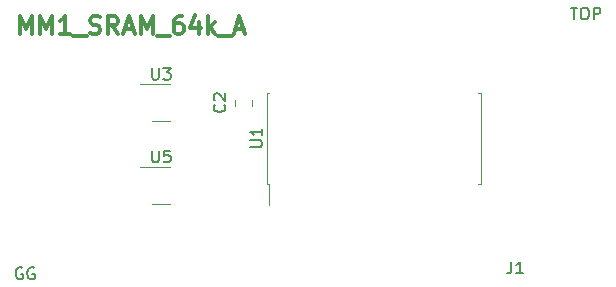
<source format=gbr>
G04 #@! TF.GenerationSoftware,KiCad,Pcbnew,(5.1.8)-1*
G04 #@! TF.CreationDate,2020-11-23T14:08:16+01:00*
G04 #@! TF.ProjectId,MM1_SRAM_64k_A,4d4d315f-5352-4414-9d5f-36346b5f412e,R1*
G04 #@! TF.SameCoordinates,PX6b49d20PY52f83c0*
G04 #@! TF.FileFunction,Legend,Top*
G04 #@! TF.FilePolarity,Positive*
%FSLAX46Y46*%
G04 Gerber Fmt 4.6, Leading zero omitted, Abs format (unit mm)*
G04 Created by KiCad (PCBNEW (5.1.8)-1) date 2020-11-23 14:08:16*
%MOMM*%
%LPD*%
G01*
G04 APERTURE LIST*
%ADD10C,0.150000*%
%ADD11C,0.300000*%
%ADD12C,0.120000*%
G04 APERTURE END LIST*
D10*
X1761904Y-23000000D02*
X1666666Y-22952380D01*
X1523809Y-22952380D01*
X1380952Y-23000000D01*
X1285714Y-23095238D01*
X1238095Y-23190476D01*
X1190476Y-23380952D01*
X1190476Y-23523809D01*
X1238095Y-23714285D01*
X1285714Y-23809523D01*
X1380952Y-23904761D01*
X1523809Y-23952380D01*
X1619047Y-23952380D01*
X1761904Y-23904761D01*
X1809523Y-23857142D01*
X1809523Y-23523809D01*
X1619047Y-23523809D01*
X2761904Y-23000000D02*
X2666666Y-22952380D01*
X2523809Y-22952380D01*
X2380952Y-23000000D01*
X2285714Y-23095238D01*
X2238095Y-23190476D01*
X2190476Y-23380952D01*
X2190476Y-23523809D01*
X2238095Y-23714285D01*
X2285714Y-23809523D01*
X2380952Y-23904761D01*
X2523809Y-23952380D01*
X2619047Y-23952380D01*
X2761904Y-23904761D01*
X2809523Y-23857142D01*
X2809523Y-23523809D01*
X2619047Y-23523809D01*
X48190476Y-952380D02*
X48761904Y-952380D01*
X48476190Y-1952380D02*
X48476190Y-952380D01*
X49285714Y-952380D02*
X49476190Y-952380D01*
X49571428Y-1000000D01*
X49666666Y-1095238D01*
X49714285Y-1285714D01*
X49714285Y-1619047D01*
X49666666Y-1809523D01*
X49571428Y-1904761D01*
X49476190Y-1952380D01*
X49285714Y-1952380D01*
X49190476Y-1904761D01*
X49095238Y-1809523D01*
X49047619Y-1619047D01*
X49047619Y-1285714D01*
X49095238Y-1095238D01*
X49190476Y-1000000D01*
X49285714Y-952380D01*
X50142857Y-1952380D02*
X50142857Y-952380D01*
X50523809Y-952380D01*
X50619047Y-1000000D01*
X50666666Y-1047619D01*
X50714285Y-1142857D01*
X50714285Y-1285714D01*
X50666666Y-1380952D01*
X50619047Y-1428571D01*
X50523809Y-1476190D01*
X50142857Y-1476190D01*
D11*
X1571428Y-3178571D02*
X1571428Y-1678571D01*
X2071428Y-2750000D01*
X2571428Y-1678571D01*
X2571428Y-3178571D01*
X3285714Y-3178571D02*
X3285714Y-1678571D01*
X3785714Y-2750000D01*
X4285714Y-1678571D01*
X4285714Y-3178571D01*
X5785714Y-3178571D02*
X4928571Y-3178571D01*
X5357142Y-3178571D02*
X5357142Y-1678571D01*
X5214285Y-1892857D01*
X5071428Y-2035714D01*
X4928571Y-2107142D01*
X6071428Y-3321428D02*
X7214285Y-3321428D01*
X7500000Y-3107142D02*
X7714285Y-3178571D01*
X8071428Y-3178571D01*
X8214285Y-3107142D01*
X8285714Y-3035714D01*
X8357142Y-2892857D01*
X8357142Y-2750000D01*
X8285714Y-2607142D01*
X8214285Y-2535714D01*
X8071428Y-2464285D01*
X7785714Y-2392857D01*
X7642857Y-2321428D01*
X7571428Y-2250000D01*
X7500000Y-2107142D01*
X7500000Y-1964285D01*
X7571428Y-1821428D01*
X7642857Y-1750000D01*
X7785714Y-1678571D01*
X8142857Y-1678571D01*
X8357142Y-1750000D01*
X9857142Y-3178571D02*
X9357142Y-2464285D01*
X9000000Y-3178571D02*
X9000000Y-1678571D01*
X9571428Y-1678571D01*
X9714285Y-1750000D01*
X9785714Y-1821428D01*
X9857142Y-1964285D01*
X9857142Y-2178571D01*
X9785714Y-2321428D01*
X9714285Y-2392857D01*
X9571428Y-2464285D01*
X9000000Y-2464285D01*
X10428571Y-2750000D02*
X11142857Y-2750000D01*
X10285714Y-3178571D02*
X10785714Y-1678571D01*
X11285714Y-3178571D01*
X11785714Y-3178571D02*
X11785714Y-1678571D01*
X12285714Y-2750000D01*
X12785714Y-1678571D01*
X12785714Y-3178571D01*
X13142857Y-3321428D02*
X14285714Y-3321428D01*
X15285714Y-1678571D02*
X15000000Y-1678571D01*
X14857142Y-1750000D01*
X14785714Y-1821428D01*
X14642857Y-2035714D01*
X14571428Y-2321428D01*
X14571428Y-2892857D01*
X14642857Y-3035714D01*
X14714285Y-3107142D01*
X14857142Y-3178571D01*
X15142857Y-3178571D01*
X15285714Y-3107142D01*
X15357142Y-3035714D01*
X15428571Y-2892857D01*
X15428571Y-2535714D01*
X15357142Y-2392857D01*
X15285714Y-2321428D01*
X15142857Y-2250000D01*
X14857142Y-2250000D01*
X14714285Y-2321428D01*
X14642857Y-2392857D01*
X14571428Y-2535714D01*
X16714285Y-2178571D02*
X16714285Y-3178571D01*
X16357142Y-1607142D02*
X16000000Y-2678571D01*
X16928571Y-2678571D01*
X17500000Y-3178571D02*
X17500000Y-1678571D01*
X17642857Y-2607142D02*
X18071428Y-3178571D01*
X18071428Y-2178571D02*
X17500000Y-2750000D01*
X18357142Y-3321428D02*
X19500000Y-3321428D01*
X19785714Y-2750000D02*
X20500000Y-2750000D01*
X19642857Y-3178571D02*
X20142857Y-1678571D01*
X20642857Y-3178571D01*
D12*
X40560000Y-12000000D02*
X40560000Y-8140000D01*
X40560000Y-8140000D02*
X40315000Y-8140000D01*
X40560000Y-12000000D02*
X40560000Y-15860000D01*
X40560000Y-15860000D02*
X40315000Y-15860000D01*
X22440000Y-12000000D02*
X22440000Y-8140000D01*
X22440000Y-8140000D02*
X22685000Y-8140000D01*
X22440000Y-12000000D02*
X22440000Y-15860000D01*
X22440000Y-15860000D02*
X22685000Y-15860000D01*
X22685000Y-15860000D02*
X22685000Y-17675000D01*
X19765000Y-8738748D02*
X19765000Y-9261252D01*
X21235000Y-8738748D02*
X21235000Y-9261252D01*
X13500000Y-7440000D02*
X11700000Y-7440000D01*
X13500000Y-7440000D02*
X14300000Y-7440000D01*
X13500000Y-10560000D02*
X12700000Y-10560000D01*
X13500000Y-10560000D02*
X14300000Y-10560000D01*
X13500000Y-17560000D02*
X14300000Y-17560000D01*
X13500000Y-17560000D02*
X12700000Y-17560000D01*
X13500000Y-14440000D02*
X14300000Y-14440000D01*
X13500000Y-14440000D02*
X11700000Y-14440000D01*
D10*
X21052380Y-12761904D02*
X21861904Y-12761904D01*
X21957142Y-12714285D01*
X22004761Y-12666666D01*
X22052380Y-12571428D01*
X22052380Y-12380952D01*
X22004761Y-12285714D01*
X21957142Y-12238095D01*
X21861904Y-12190476D01*
X21052380Y-12190476D01*
X22052380Y-11190476D02*
X22052380Y-11761904D01*
X22052380Y-11476190D02*
X21052380Y-11476190D01*
X21195238Y-11571428D01*
X21290476Y-11666666D01*
X21338095Y-11761904D01*
X43166666Y-22452380D02*
X43166666Y-23166666D01*
X43119047Y-23309523D01*
X43023809Y-23404761D01*
X42880952Y-23452380D01*
X42785714Y-23452380D01*
X44166666Y-23452380D02*
X43595238Y-23452380D01*
X43880952Y-23452380D02*
X43880952Y-22452380D01*
X43785714Y-22595238D01*
X43690476Y-22690476D01*
X43595238Y-22738095D01*
X18857142Y-9166666D02*
X18904761Y-9214285D01*
X18952380Y-9357142D01*
X18952380Y-9452380D01*
X18904761Y-9595238D01*
X18809523Y-9690476D01*
X18714285Y-9738095D01*
X18523809Y-9785714D01*
X18380952Y-9785714D01*
X18190476Y-9738095D01*
X18095238Y-9690476D01*
X18000000Y-9595238D01*
X17952380Y-9452380D01*
X17952380Y-9357142D01*
X18000000Y-9214285D01*
X18047619Y-9166666D01*
X18047619Y-8785714D02*
X18000000Y-8738095D01*
X17952380Y-8642857D01*
X17952380Y-8404761D01*
X18000000Y-8309523D01*
X18047619Y-8261904D01*
X18142857Y-8214285D01*
X18238095Y-8214285D01*
X18380952Y-8261904D01*
X18952380Y-8833333D01*
X18952380Y-8214285D01*
X12738095Y-6052380D02*
X12738095Y-6861904D01*
X12785714Y-6957142D01*
X12833333Y-7004761D01*
X12928571Y-7052380D01*
X13119047Y-7052380D01*
X13214285Y-7004761D01*
X13261904Y-6957142D01*
X13309523Y-6861904D01*
X13309523Y-6052380D01*
X13690476Y-6052380D02*
X14309523Y-6052380D01*
X13976190Y-6433333D01*
X14119047Y-6433333D01*
X14214285Y-6480952D01*
X14261904Y-6528571D01*
X14309523Y-6623809D01*
X14309523Y-6861904D01*
X14261904Y-6957142D01*
X14214285Y-7004761D01*
X14119047Y-7052380D01*
X13833333Y-7052380D01*
X13738095Y-7004761D01*
X13690476Y-6957142D01*
X12738095Y-13052380D02*
X12738095Y-13861904D01*
X12785714Y-13957142D01*
X12833333Y-14004761D01*
X12928571Y-14052380D01*
X13119047Y-14052380D01*
X13214285Y-14004761D01*
X13261904Y-13957142D01*
X13309523Y-13861904D01*
X13309523Y-13052380D01*
X14261904Y-13052380D02*
X13785714Y-13052380D01*
X13738095Y-13528571D01*
X13785714Y-13480952D01*
X13880952Y-13433333D01*
X14119047Y-13433333D01*
X14214285Y-13480952D01*
X14261904Y-13528571D01*
X14309523Y-13623809D01*
X14309523Y-13861904D01*
X14261904Y-13957142D01*
X14214285Y-14004761D01*
X14119047Y-14052380D01*
X13880952Y-14052380D01*
X13785714Y-14004761D01*
X13738095Y-13957142D01*
M02*

</source>
